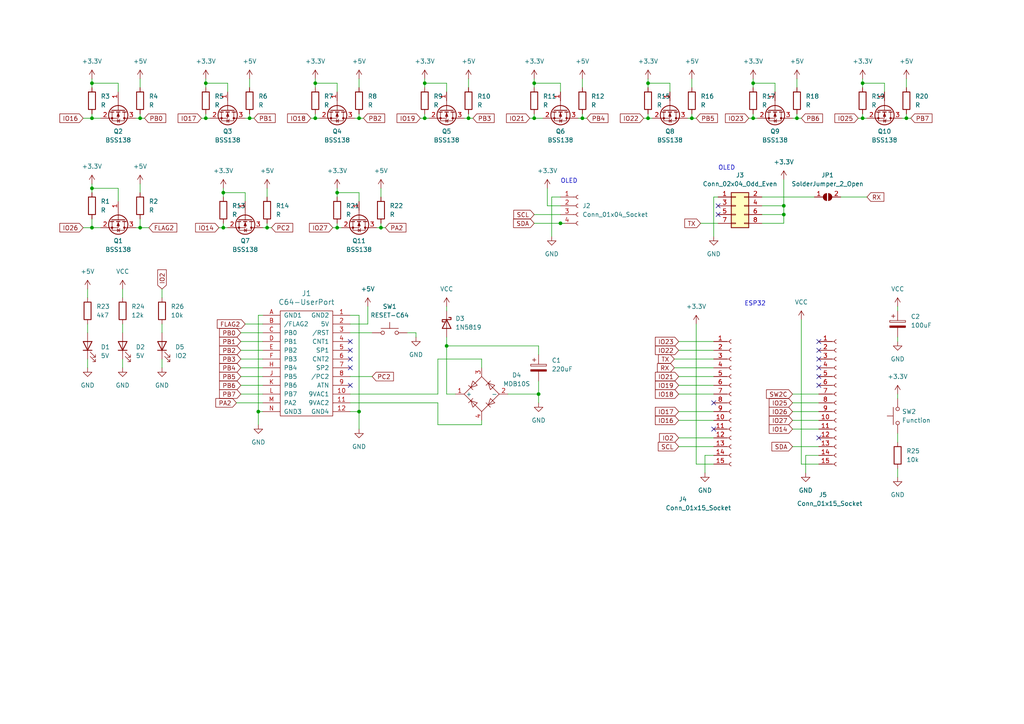
<source format=kicad_sch>
(kicad_sch (version 20230121) (generator eeschema)
  (paper "A4")
  (lib_symbols
    (symbol "Connector:Conn_01x04_Socket" (pin_names (offset 1.016) hide)
      (property "Reference" "J" (at 0 5.08 0))
      (property "Value" "Conn_01x04_Socket" (at 0 -7.62 0))
      (symbol "Conn_01x04_Socket_1_1"
        (pin passive line (at -5.08 2.54 0) (length 3.81) (name "Pin_1") (number "1"))
        (pin passive line (at -5.08 0 0) (length 3.81) (name "Pin_2") (number "2"))
        (pin passive line (at -5.08 -2.54 0) (length 3.81) (name "Pin_3") (number "3"))
        (pin passive line (at -5.08 -5.08 0) (length 3.81) (name "Pin_4") (number "4"))
      )
    )
    (symbol "Connector:Conn_01x15_Socket" (pin_names (offset 1.016) hide)
      (property "Reference" "J" (at 0 20.32 0))
      (property "Value" "Conn_01x15_Socket" (at 0 -20.32 0))
      (symbol "Conn_01x15_Socket_1_1"
        (pin passive line (at -5.08 17.78 0) (length 3.81) (name "Pin_1") (number "1"))
        (pin passive line (at -5.08 -5.08 0) (length 3.81) (name "Pin_10") (number "10"))
        (pin passive line (at -5.08 -7.62 0) (length 3.81) (name "Pin_11") (number "11"))
        (pin passive line (at -5.08 -10.16 0) (length 3.81) (name "Pin_12") (number "12"))
        (pin passive line (at -5.08 -12.7 0) (length 3.81) (name "Pin_13") (number "13"))
        (pin passive line (at -5.08 -15.24 0) (length 3.81) (name "Pin_14") (number "14"))
        (pin passive line (at -5.08 -17.78 0) (length 3.81) (name "Pin_15") (number "15"))
        (pin passive line (at -5.08 15.24 0) (length 3.81) (name "Pin_2") (number "2"))
        (pin passive line (at -5.08 12.7 0) (length 3.81) (name "Pin_3") (number "3"))
        (pin passive line (at -5.08 10.16 0) (length 3.81) (name "Pin_4") (number "4"))
        (pin passive line (at -5.08 7.62 0) (length 3.81) (name "Pin_5") (number "5"))
        (pin passive line (at -5.08 5.08 0) (length 3.81) (name "Pin_6") (number "6"))
        (pin passive line (at -5.08 2.54 0) (length 3.81) (name "Pin_7") (number "7"))
        (pin passive line (at -5.08 0 0) (length 3.81) (name "Pin_8") (number "8"))
        (pin passive line (at -5.08 -2.54 0) (length 3.81) (name "Pin_9") (number "9"))
      )
    )
    (symbol "Connector_Generic:Conn_02x04_Odd_Even" (pin_names (offset 1.016) hide)
      (property "Reference" "J" (at 1.27 5.08 0))
      (property "Value" "Conn_02x04_Odd_Even" (at 1.27 -7.62 0))
      (symbol "Conn_02x04_Odd_Even_1_1"
        (pin passive line (at -5.08 2.54 0) (length 3.81) (name "Pin_1") (number "1"))
        (pin passive line (at 7.62 2.54 180) (length 3.81) (name "Pin_2") (number "2"))
        (pin passive line (at -5.08 0 0) (length 3.81) (name "Pin_3") (number "3"))
        (pin passive line (at 7.62 0 180) (length 3.81) (name "Pin_4") (number "4"))
        (pin passive line (at -5.08 -2.54 0) (length 3.81) (name "Pin_5") (number "5"))
        (pin passive line (at 7.62 -2.54 180) (length 3.81) (name "Pin_6") (number "6"))
        (pin passive line (at -5.08 -5.08 0) (length 3.81) (name "Pin_7") (number "7"))
        (pin passive line (at 7.62 -5.08 180) (length 3.81) (name "Pin_8") (number "8"))
      )
    )
    (symbol "Device:C_Polarized" (pin_numbers hide) (pin_names (offset 0.254))
      (property "Reference" "C" (at 0.635 2.54 0))
      (property "Value" "C_Polarized" (at 0.635 -2.54 0))
      (symbol "C_Polarized_1_1"
        (pin passive line (at 0 3.81 270) (length 2.794) (name "~") (number "1"))
        (pin passive line (at 0 -3.81 90) (length 2.794) (name "~") (number "2"))
      )
    )
    (symbol "Device:LED" (pin_numbers hide) (pin_names (offset 1.016) hide)
      (property "Reference" "D" (at 0 2.54 0))
      (property "Value" "LED" (at 0 -2.54 0))
      (symbol "LED_1_1"
        (pin passive line (at -3.81 0 0) (length 2.54) (name "K") (number "1"))
        (pin passive line (at 3.81 0 180) (length 2.54) (name "A") (number "2"))
      )
    )
    (symbol "Device:R" (pin_numbers hide) (pin_names (offset 0))
      (property "Reference" "R" (at 2.032 0 90))
      (property "Value" "R" (at 0 0 90))
      (symbol "R_1_1"
        (pin passive line (at 0 3.81 270) (length 1.27) (name "~") (number "1"))
        (pin passive line (at 0 -3.81 90) (length 1.27) (name "~") (number "2"))
      )
    )
    (symbol "Diode:1N5819" (pin_numbers hide) (pin_names (offset 1.016) hide)
      (property "Reference" "D" (at 0 2.54 0))
      (property "Value" "1N5819" (at 0 -2.54 0))
      (symbol "1N5819_1_1"
        (pin passive line (at -3.81 0 0) (length 2.54) (name "K") (number "1"))
        (pin passive line (at 3.81 0 180) (length 2.54) (name "A") (number "2"))
      )
    )
    (symbol "Diode_Bridge:MDB10S"
      (property "Reference" "D" (at 3.81 6.35 0))
      (property "Value" "MDB10S" (at 6.35 3.81 0))
      (symbol "MDB10S_1_1"
        (pin passive line (at 7.62 0 180) (length 2.54) (name "+") (number "1"))
        (pin passive line (at -7.62 0 0) (length 2.54) (name "-") (number "2"))
        (pin passive line (at 0 -7.62 90) (length 2.54) (name "~") (number "3"))
        (pin passive line (at 0 7.62 270) (length 2.54) (name "~") (number "4"))
      )
    )
    (symbol "Jumper:SolderJumper_2_Open" (pin_names (offset 0) hide)
      (property "Reference" "JP" (at 0 2.032 0))
      (property "Value" "SolderJumper_2_Open" (at 0 -2.54 0))
      (symbol "SolderJumper_2_Open_1_1"
        (pin passive line (at -3.81 0 0) (length 2.54) (name "A") (number "1"))
        (pin passive line (at 3.81 0 180) (length 2.54) (name "B") (number "2"))
      )
    )
    (symbol "Switch:SW_Push" (pin_numbers hide) (pin_names (offset 1.016) hide)
      (property "Reference" "SW" (at 1.27 2.54 0))
      (property "Value" "SW_Push" (at 0 -1.524 0))
      (symbol "SW_Push_0_1"
        (pin passive line (at -5.08 0 0) (length 2.54) (name "1") (number "1"))
        (pin passive line (at 5.08 0 180) (length 2.54) (name "2") (number "2"))
      )
    )
    (symbol "Transistor_FET:BSS138" (pin_names hide)
      (property "Reference" "Q" (at 5.08 1.905 0))
      (property "Value" "BSS138" (at 5.08 0 0))
      (symbol "BSS138_1_1"
        (pin input line (at -5.08 0 0) (length 2.54) (name "G") (number "1"))
        (pin passive line (at 2.54 -5.08 90) (length 2.54) (name "S") (number "2"))
        (pin passive line (at 2.54 5.08 270) (length 2.54) (name "D") (number "3"))
      )
    )
    (symbol "hackup-commodore:C64-UserPort" (pin_names (offset 1.016))
      (property "Reference" "J" (at 0 -11.43 0))
      (property "Value" "C64-UserPort" (at 0 -8.89 0))
      (symbol "C64-UserPort_1_1"
        (pin power_out line (at 12.7 22.86 180) (length 5.08) (name "GND2") (number "1"))
        (pin power_out line (at 12.7 0 180) (length 5.08) (name "9VAC1") (number "10"))
        (pin power_out line (at 12.7 -2.54 180) (length 5.08) (name "9VAC2") (number "11"))
        (pin power_out line (at 12.7 -5.08 180) (length 5.08) (name "GND4") (number "12"))
        (pin power_out line (at 12.7 20.32 180) (length 5.08) (name "5V") (number "2"))
        (pin bidirectional line (at 12.7 17.78 180) (length 5.08) (name "/RST") (number "3"))
        (pin input line (at 12.7 15.24 180) (length 5.08) (name "CNT1") (number "4"))
        (pin bidirectional line (at 12.7 12.7 180) (length 5.08) (name "SP1") (number "5"))
        (pin input line (at 12.7 10.16 180) (length 5.08) (name "CNT2") (number "6"))
        (pin bidirectional line (at 12.7 7.62 180) (length 5.08) (name "SP2") (number "7"))
        (pin output line (at 12.7 5.08 180) (length 5.08) (name "/PC2") (number "8"))
        (pin input line (at 12.7 2.54 180) (length 5.08) (name "ATN") (number "9"))
        (pin power_out line (at -12.7 22.86 0) (length 5.08) (name "GND1") (number "A"))
        (pin input line (at -12.7 20.32 0) (length 5.08) (name "/FLAG2") (number "B"))
        (pin bidirectional line (at -12.7 17.78 0) (length 5.08) (name "PB0") (number "C"))
        (pin bidirectional line (at -12.7 15.24 0) (length 5.08) (name "PB1") (number "D"))
        (pin bidirectional line (at -12.7 12.7 0) (length 5.08) (name "PB2") (number "E"))
        (pin bidirectional line (at -12.7 10.16 0) (length 5.08) (name "PB3") (number "F"))
        (pin bidirectional line (at -12.7 7.62 0) (length 5.08) (name "PB4") (number "H"))
        (pin bidirectional line (at -12.7 5.08 0) (length 5.08) (name "PB5") (number "J"))
        (pin bidirectional line (at -12.7 2.54 0) (length 5.08) (name "PB6") (number "K"))
        (pin bidirectional line (at -12.7 0 0) (length 5.08) (name "PB7") (number "L"))
        (pin bidirectional line (at -12.7 -2.54 0) (length 5.08) (name "PA2") (number "M"))
        (pin power_out line (at -12.7 -5.08 0) (length 5.08) (name "GND3") (number "N"))
      )
    )
    (symbol "power:+3.3V" (power) (pin_names (offset 0))
      (property "Value" "+3.3V" (at 0 3.556 0))
      (symbol "+3.3V_1_1"
        (pin power_in line (at 0 0 90) (length 0) hide (name "+3.3V") (number "1"))
      )
    )
    (symbol "power:+5V" (power) (pin_names (offset 0))
      (property "Value" "+5V" (at 0 3.556 0))
      (symbol "+5V_1_1"
        (pin power_in line (at 0 0 90) (length 0) hide (name "+5V") (number "1"))
      )
    )
    (symbol "power:GND" (power) (pin_names (offset 0))
      (property "Value" "GND" (at 0 -3.81 0))
      (symbol "GND_1_1"
        (pin power_in line (at 0 0 270) (length 0) hide (name "GND") (number "1"))
      )
    )
    (symbol "power:VCC" (power) (pin_names (offset 0))
      (property "Value" "VCC" (at 0 3.81 0))
      (symbol "VCC_1_1"
        (pin power_in line (at 0 0 90) (length 0) hide (name "VCC") (number "1"))
      )
    )
  )
  (junction (at 59.69 34.29))
  (junction (at 26.67 54.61))
  (junction (at 97.79 66.04))
  (junction (at 26.67 34.29))
  (junction (at 123.19 24.13))
  (junction (at 250.19 24.13))
  (junction (at 250.19 34.29))
  (junction (at 231.14 34.29))
  (junction (at 59.69 24.13))
  (junction (at 110.49 66.04))
  (junction (at 26.67 66.04))
  (junction (at 104.14 119.38))
  (junction (at 104.14 34.29))
  (junction (at 40.64 66.04))
  (junction (at 162.56 64.77))
  (junction (at 227.33 59.69))
  (junction (at 154.94 24.13))
  (junction (at 187.96 24.13))
  (junction (at 64.77 55.88))
  (junction (at 218.44 24.13))
  (junction (at 129.54 100.33))
  (junction (at 218.44 34.29))
  (junction (at 74.93 119.38))
  (junction (at 227.33 62.23))
  (junction (at 123.19 34.29))
  (junction (at 187.96 34.29))
  (junction (at 168.91 34.29))
  (junction (at 77.47 66.04))
  (junction (at 156.21 114.3))
  (junction (at 135.89 34.29))
  (junction (at 91.44 34.29))
  (junction (at 262.89 34.29))
  (junction (at 64.77 66.04))
  (junction (at 40.64 34.29))
  (junction (at 72.39 34.29))
  (junction (at 97.79 55.88))
  (junction (at 91.44 24.13))
  (junction (at 154.94 34.29))
  (junction (at 200.66 34.29))
  (junction (at 26.67 24.13))
  (no_connect (at 237.49 109.22))
  (no_connect (at 237.49 101.6))
  (no_connect (at 101.6 99.06))
  (no_connect (at 237.49 99.06))
  (no_connect (at 101.6 111.76))
  (no_connect (at 101.6 106.68))
  (no_connect (at 101.6 104.14))
  (no_connect (at 237.49 106.68))
  (no_connect (at 208.28 59.69))
  (no_connect (at 101.6 101.6))
  (no_connect (at 207.01 124.46))
  (no_connect (at 208.28 62.23))
  (no_connect (at 237.49 111.76))
  (no_connect (at 237.49 104.14))
  (no_connect (at 237.49 127))
  (no_connect (at 207.01 116.84))
  (wire (pts (xy 231.14 33.02) (xy 231.14 34.29)))
  (wire (pts (xy 72.39 22.86) (xy 72.39 25.4)))
  (wire (pts (xy 104.14 91.44) (xy 104.14 119.38)))
  (wire (pts (xy 163.83 64.77) (xy 162.56 64.77)))
  (wire (pts (xy 69.85 111.76) (xy 76.2 111.76)))
  (wire (pts (xy 63.5 66.04) (xy 64.77 66.04)))
  (wire (pts (xy 154.94 24.13) (xy 154.94 25.4)))
  (wire (pts (xy 207.01 134.62) (xy 201.93 134.62)))
  (wire (pts (xy 158.75 59.69) (xy 158.75 54.61)))
  (wire (pts (xy 260.35 88.9) (xy 260.35 90.17)))
  (wire (pts (xy 162.56 26.67) (xy 162.56 24.13)))
  (wire (pts (xy 59.69 34.29) (xy 60.96 34.29)))
  (wire (pts (xy 39.37 66.04) (xy 40.64 66.04)))
  (wire (pts (xy 35.56 83.82) (xy 35.56 86.36)))
  (wire (pts (xy 46.99 93.98) (xy 46.99 96.52)))
  (wire (pts (xy 220.98 64.77) (xy 227.33 64.77)))
  (wire (pts (xy 156.21 102.87) (xy 156.21 100.33)))
  (wire (pts (xy 104.14 119.38) (xy 101.6 119.38)))
  (wire (pts (xy 77.47 54.61) (xy 77.47 57.15)))
  (wire (pts (xy 25.4 83.82) (xy 25.4 86.36)))
  (wire (pts (xy 231.14 34.29) (xy 232.41 34.29)))
  (wire (pts (xy 187.96 22.86) (xy 187.96 24.13)))
  (wire (pts (xy 201.93 134.62) (xy 201.93 93.98)))
  (wire (pts (xy 104.14 55.88) (xy 97.79 55.88)))
  (wire (pts (xy 196.85 101.6) (xy 207.01 101.6)))
  (wire (pts (xy 97.79 54.61) (xy 97.79 55.88)))
  (wire (pts (xy 262.89 22.86) (xy 262.89 25.4)))
  (wire (pts (xy 26.67 34.29) (xy 29.21 34.29)))
  (wire (pts (xy 196.85 99.06) (xy 207.01 99.06)))
  (wire (pts (xy 203.2 64.77) (xy 208.28 64.77)))
  (wire (pts (xy 71.12 58.42) (xy 71.12 55.88)))
  (wire (pts (xy 26.67 66.04) (xy 29.21 66.04)))
  (wire (pts (xy 72.39 33.02) (xy 72.39 34.29)))
  (wire (pts (xy 120.65 97.79) (xy 120.65 96.52)))
  (wire (pts (xy 66.04 26.67) (xy 66.04 24.13)))
  (wire (pts (xy 121.92 34.29) (xy 123.19 34.29)))
  (wire (pts (xy 58.42 34.29) (xy 59.69 34.29)))
  (wire (pts (xy 229.87 121.92) (xy 237.49 121.92)))
  (wire (pts (xy 160.02 57.15) (xy 162.56 57.15)))
  (wire (pts (xy 104.14 58.42) (xy 104.14 55.88)))
  (wire (pts (xy 69.85 114.3) (xy 76.2 114.3)))
  (wire (pts (xy 69.85 96.52) (xy 76.2 96.52)))
  (wire (pts (xy 59.69 22.86) (xy 59.69 24.13)))
  (wire (pts (xy 25.4 93.98) (xy 25.4 96.52)))
  (wire (pts (xy 91.44 22.86) (xy 91.44 24.13)))
  (wire (pts (xy 26.67 54.61) (xy 26.67 55.88)))
  (wire (pts (xy 139.7 123.19) (xy 127 123.19)))
  (wire (pts (xy 26.67 22.86) (xy 26.67 24.13)))
  (wire (pts (xy 196.85 129.54) (xy 207.01 129.54)))
  (wire (pts (xy 26.67 24.13) (xy 26.67 25.4)))
  (wire (pts (xy 40.64 66.04) (xy 43.18 66.04)))
  (wire (pts (xy 68.58 116.84) (xy 76.2 116.84)))
  (wire (pts (xy 34.29 24.13) (xy 26.67 24.13)))
  (wire (pts (xy 129.54 24.13) (xy 123.19 24.13)))
  (wire (pts (xy 64.77 66.04) (xy 66.04 66.04)))
  (wire (pts (xy 91.44 34.29) (xy 92.71 34.29)))
  (wire (pts (xy 91.44 24.13) (xy 91.44 25.4)))
  (wire (pts (xy 34.29 26.67) (xy 34.29 24.13)))
  (wire (pts (xy 196.85 109.22) (xy 207.01 109.22)))
  (wire (pts (xy 229.87 119.38) (xy 237.49 119.38)))
  (wire (pts (xy 71.12 93.98) (xy 76.2 93.98)))
  (wire (pts (xy 71.12 55.88) (xy 64.77 55.88)))
  (wire (pts (xy 232.41 134.62) (xy 232.41 92.71)))
  (wire (pts (xy 207.01 57.15) (xy 208.28 57.15)))
  (wire (pts (xy 196.85 114.3) (xy 207.01 114.3)))
  (wire (pts (xy 187.96 24.13) (xy 194.31 24.13)))
  (wire (pts (xy 196.85 127) (xy 207.01 127)))
  (wire (pts (xy 139.7 121.92) (xy 139.7 123.19)))
  (wire (pts (xy 156.21 114.3) (xy 156.21 116.84)))
  (wire (pts (xy 106.68 93.98) (xy 106.68 88.9)))
  (wire (pts (xy 123.19 24.13) (xy 123.19 25.4)))
  (wire (pts (xy 71.12 34.29) (xy 72.39 34.29)))
  (wire (pts (xy 123.19 22.86) (xy 123.19 24.13)))
  (wire (pts (xy 110.49 54.61) (xy 110.49 57.15)))
  (wire (pts (xy 262.89 33.02) (xy 262.89 34.29)))
  (wire (pts (xy 46.99 83.82) (xy 46.99 86.36)))
  (wire (pts (xy 186.69 34.29) (xy 187.96 34.29)))
  (wire (pts (xy 127 123.19) (xy 127 116.84)))
  (wire (pts (xy 74.93 123.19) (xy 74.93 119.38)))
  (wire (pts (xy 200.66 22.86) (xy 200.66 25.4)))
  (wire (pts (xy 76.2 66.04) (xy 77.47 66.04)))
  (wire (pts (xy 69.85 109.22) (xy 76.2 109.22)))
  (wire (pts (xy 97.79 24.13) (xy 91.44 24.13)))
  (wire (pts (xy 168.91 33.02) (xy 168.91 34.29)))
  (wire (pts (xy 260.35 114.3) (xy 260.35 115.57)))
  (wire (pts (xy 187.96 34.29) (xy 189.23 34.29)))
  (wire (pts (xy 196.85 119.38) (xy 207.01 119.38)))
  (wire (pts (xy 76.2 91.44) (xy 74.93 91.44)))
  (wire (pts (xy 69.85 106.68) (xy 76.2 106.68)))
  (wire (pts (xy 123.19 33.02) (xy 123.19 34.29)))
  (wire (pts (xy 101.6 91.44) (xy 104.14 91.44)))
  (wire (pts (xy 40.64 34.29) (xy 41.91 34.29)))
  (wire (pts (xy 260.35 97.79) (xy 260.35 99.06)))
  (wire (pts (xy 168.91 34.29) (xy 170.18 34.29)))
  (wire (pts (xy 154.94 64.77) (xy 162.56 64.77)))
  (wire (pts (xy 248.92 34.29) (xy 250.19 34.29)))
  (wire (pts (xy 97.79 66.04) (xy 99.06 66.04)))
  (wire (pts (xy 156.21 100.33) (xy 129.54 100.33)))
  (wire (pts (xy 154.94 22.86) (xy 154.94 24.13)))
  (wire (pts (xy 77.47 64.77) (xy 77.47 66.04)))
  (wire (pts (xy 229.87 34.29) (xy 231.14 34.29)))
  (wire (pts (xy 261.62 34.29) (xy 262.89 34.29)))
  (wire (pts (xy 40.64 33.02) (xy 40.64 34.29)))
  (wire (pts (xy 96.52 66.04) (xy 97.79 66.04)))
  (wire (pts (xy 129.54 26.67) (xy 129.54 24.13)))
  (wire (pts (xy 243.84 57.15) (xy 251.46 57.15)))
  (wire (pts (xy 227.33 59.69) (xy 227.33 52.07)))
  (wire (pts (xy 132.08 114.3) (xy 129.54 114.3)))
  (wire (pts (xy 250.19 24.13) (xy 250.19 25.4)))
  (wire (pts (xy 199.39 34.29) (xy 200.66 34.29)))
  (wire (pts (xy 90.17 34.29) (xy 91.44 34.29)))
  (wire (pts (xy 34.29 54.61) (xy 26.67 54.61)))
  (wire (pts (xy 46.99 104.14) (xy 46.99 106.68)))
  (wire (pts (xy 229.87 114.3) (xy 237.49 114.3)))
  (wire (pts (xy 220.98 59.69) (xy 227.33 59.69)))
  (wire (pts (xy 156.21 110.49) (xy 156.21 114.3)))
  (wire (pts (xy 196.85 111.76) (xy 207.01 111.76)))
  (wire (pts (xy 250.19 22.86) (xy 250.19 24.13)))
  (wire (pts (xy 129.54 100.33) (xy 129.54 97.79)))
  (wire (pts (xy 69.85 104.14) (xy 76.2 104.14)))
  (wire (pts (xy 237.49 134.62) (xy 232.41 134.62)))
  (wire (pts (xy 69.85 99.06) (xy 76.2 99.06)))
  (wire (pts (xy 64.77 55.88) (xy 64.77 57.15)))
  (wire (pts (xy 162.56 24.13) (xy 154.94 24.13)))
  (wire (pts (xy 26.67 33.02) (xy 26.67 34.29)))
  (wire (pts (xy 194.31 26.67) (xy 194.31 24.13)))
  (wire (pts (xy 262.89 34.29) (xy 264.16 34.29)))
  (wire (pts (xy 26.67 63.5) (xy 26.67 66.04)))
  (wire (pts (xy 196.85 121.92) (xy 207.01 121.92)))
  (wire (pts (xy 135.89 33.02) (xy 135.89 34.29)))
  (wire (pts (xy 200.66 34.29) (xy 201.93 34.29)))
  (wire (pts (xy 34.29 58.42) (xy 34.29 54.61)))
  (wire (pts (xy 109.22 66.04) (xy 110.49 66.04)))
  (wire (pts (xy 64.77 54.61) (xy 64.77 55.88)))
  (wire (pts (xy 218.44 34.29) (xy 219.71 34.29)))
  (wire (pts (xy 154.94 34.29) (xy 157.48 34.29)))
  (wire (pts (xy 200.66 33.02) (xy 200.66 34.29)))
  (wire (pts (xy 233.68 137.16) (xy 233.68 132.08)))
  (wire (pts (xy 256.54 26.67) (xy 256.54 24.13)))
  (wire (pts (xy 168.91 22.86) (xy 168.91 25.4)))
  (wire (pts (xy 129.54 88.9) (xy 129.54 90.17)))
  (wire (pts (xy 187.96 33.02) (xy 187.96 34.29)))
  (wire (pts (xy 220.98 57.15) (xy 236.22 57.15)))
  (wire (pts (xy 147.32 114.3) (xy 156.21 114.3)))
  (wire (pts (xy 153.67 34.29) (xy 154.94 34.29)))
  (wire (pts (xy 256.54 24.13) (xy 250.19 24.13)))
  (wire (pts (xy 35.56 93.98) (xy 35.56 96.52)))
  (wire (pts (xy 127 114.3) (xy 127 104.14)))
  (wire (pts (xy 187.96 24.13) (xy 187.96 25.4)))
  (wire (pts (xy 139.7 104.14) (xy 139.7 106.68)))
  (wire (pts (xy 154.94 33.02) (xy 154.94 34.29)))
  (wire (pts (xy 24.13 66.04) (xy 26.67 66.04)))
  (wire (pts (xy 39.37 34.29) (xy 40.64 34.29)))
  (wire (pts (xy 218.44 22.86) (xy 218.44 24.13)))
  (wire (pts (xy 97.79 55.88) (xy 97.79 57.15)))
  (wire (pts (xy 217.17 34.29) (xy 218.44 34.29)))
  (wire (pts (xy 231.14 22.86) (xy 231.14 25.4)))
  (wire (pts (xy 104.14 124.46) (xy 104.14 119.38)))
  (wire (pts (xy 74.93 91.44) (xy 74.93 119.38)))
  (wire (pts (xy 110.49 64.77) (xy 110.49 66.04)))
  (wire (pts (xy 101.6 96.52) (xy 107.95 96.52)))
  (wire (pts (xy 135.89 22.86) (xy 135.89 25.4)))
  (wire (pts (xy 97.79 26.67) (xy 97.79 24.13)))
  (wire (pts (xy 40.64 63.5) (xy 40.64 66.04)))
  (wire (pts (xy 229.87 124.46) (xy 237.49 124.46)))
  (wire (pts (xy 250.19 33.02) (xy 250.19 34.29)))
  (wire (pts (xy 162.56 59.69) (xy 158.75 59.69)))
  (wire (pts (xy 224.79 26.67) (xy 224.79 24.13)))
  (wire (pts (xy 101.6 114.3) (xy 127 114.3)))
  (wire (pts (xy 135.89 34.29) (xy 137.16 34.29)))
  (wire (pts (xy 229.87 129.54) (xy 237.49 129.54)))
  (wire (pts (xy 110.49 66.04) (xy 111.76 66.04)))
  (wire (pts (xy 260.35 125.73) (xy 260.35 128.27)))
  (wire (pts (xy 129.54 114.3) (xy 129.54 100.33)))
  (wire (pts (xy 167.64 34.29) (xy 168.91 34.29)))
  (wire (pts (xy 24.13 34.29) (xy 26.67 34.29)))
  (wire (pts (xy 97.79 64.77) (xy 97.79 66.04)))
  (wire (pts (xy 59.69 33.02) (xy 59.69 34.29)))
  (wire (pts (xy 204.47 132.08) (xy 207.01 132.08)))
  (wire (pts (xy 104.14 34.29) (xy 104.14 33.02)))
  (wire (pts (xy 91.44 33.02) (xy 91.44 34.29)))
  (wire (pts (xy 260.35 135.89) (xy 260.35 138.43)))
  (wire (pts (xy 25.4 104.14) (xy 25.4 106.68)))
  (wire (pts (xy 207.01 68.58) (xy 207.01 57.15)))
  (wire (pts (xy 227.33 64.77) (xy 227.33 62.23)))
  (wire (pts (xy 69.85 101.6) (xy 76.2 101.6)))
  (wire (pts (xy 218.44 24.13) (xy 218.44 25.4)))
  (wire (pts (xy 204.47 137.16) (xy 204.47 132.08)))
  (wire (pts (xy 104.14 22.86) (xy 104.14 25.4)))
  (wire (pts (xy 195.58 104.14) (xy 207.01 104.14)))
  (wire (pts (xy 72.39 34.29) (xy 73.66 34.29)))
  (wire (pts (xy 160.02 68.58) (xy 160.02 57.15)))
  (wire (pts (xy 229.87 116.84) (xy 237.49 116.84)))
  (wire (pts (xy 40.64 53.34) (xy 40.64 55.88)))
  (wire (pts (xy 220.98 62.23) (xy 227.33 62.23)))
  (wire (pts (xy 127 104.14) (xy 139.7 104.14)))
  (wire (pts (xy 218.44 33.02) (xy 218.44 34.29)))
  (wire (pts (xy 64.77 64.77) (xy 64.77 66.04)))
  (wire (pts (xy 227.33 62.23) (xy 227.33 59.69)))
  (wire (pts (xy 101.6 109.22) (xy 107.95 109.22)))
  (wire (pts (xy 59.69 24.13) (xy 59.69 25.4)))
  (wire (pts (xy 104.14 34.29) (xy 105.41 34.29)))
  (wire (pts (xy 250.19 34.29) (xy 251.46 34.29)))
  (wire (pts (xy 224.79 24.13) (xy 218.44 24.13)))
  (wire (pts (xy 35.56 104.14) (xy 35.56 106.68)))
  (wire (pts (xy 66.04 24.13) (xy 59.69 24.13)))
  (wire (pts (xy 127 116.84) (xy 101.6 116.84)))
  (wire (pts (xy 195.58 106.68) (xy 207.01 106.68)))
  (wire (pts (xy 74.93 119.38) (xy 76.2 119.38)))
  (wire (pts (xy 40.64 22.86) (xy 40.64 25.4)))
  (wire (pts (xy 120.65 96.52) (xy 118.11 96.52)))
  (wire (pts (xy 154.94 62.23) (xy 162.56 62.23)))
  (wire (pts (xy 102.87 34.29) (xy 104.14 34.29)))
  (wire (pts (xy 233.68 132.08) (xy 237.49 132.08)))
  (wire (pts (xy 134.62 34.29) (xy 135.89 34.29)))
  (wire (pts (xy 101.6 93.98) (xy 106.68 93.98)))
  (wire (pts (xy 123.19 34.29) (xy 124.46 34.29)))
  (wire (pts (xy 26.67 53.34) (xy 26.67 54.61)))
  (wire (pts (xy 77.47 66.04) (xy 78.74 66.04)))
  (text "OLED" (at 208.28 49.53 0) (effects (font (size 1.27 1.27)) (justify left bottom)))
  (text "OLED" (at 162.56 53.34 0) (effects (font (size 1.27 1.27)) (justify left bottom)))
  (text "ESP32" (at 215.9 88.9 0) (effects (font (size 1.27 1.27)) (justify left bottom)))
  (global_label "IO22" (shape input) (at 196.85 101.6 180) (property "Intersheetrefs" "${INTERSHEET_REFS}" (effects hide)))
  (global_label "IO22" (shape input) (at 186.69 34.29 180) (property "Intersheetrefs" "${INTERSHEET_REFS}" (effects hide)))
  (global_label "IO21" (shape input) (at 196.85 109.22 180) (property "Intersheetrefs" "${INTERSHEET_REFS}" (effects hide)))
  (global_label "FLAG2" (shape input) (at 43.18 66.04 0) (property "Intersheetrefs" "${INTERSHEET_REFS}" (effects hide)))
  (global_label "FLAG2" (shape input) (at 71.12 93.98 180) (property "Intersheetrefs" "${INTERSHEET_REFS}" (effects hide)))
  (global_label "IO26" (shape input) (at 229.87 119.38 180) (property "Intersheetrefs" "${INTERSHEET_REFS}" (effects hide)))
  (global_label "IO27" (shape input) (at 229.87 121.92 180) (property "Intersheetrefs" "${INTERSHEET_REFS}" (effects hide)))
  (global_label "RX" (shape input) (at 251.46 57.15 0) (property "Intersheetrefs" "${INTERSHEET_REFS}" (effects hide)))
  (global_label "SCL" (shape input) (at 154.94 62.23 180) (property "Intersheetrefs" "${INTERSHEET_REFS}" (effects hide)))
  (global_label "IO21" (shape input) (at 153.67 34.29 180) (property "Intersheetrefs" "${INTERSHEET_REFS}" (effects hide)))
  (global_label "IO26" (shape input) (at 24.13 66.04 180) (property "Intersheetrefs" "${INTERSHEET_REFS}" (effects hide)))
  (global_label "PA2" (shape input) (at 111.76 66.04 0) (property "Intersheetrefs" "${INTERSHEET_REFS}" (effects hide)))
  (global_label "TX" (shape input) (at 203.2 64.77 180) (property "Intersheetrefs" "${INTERSHEET_REFS}" (effects hide)))
  (global_label "PB2" (shape input) (at 69.85 101.6 180) (property "Intersheetrefs" "${INTERSHEET_REFS}" (effects hide)))
  (global_label "PB5" (shape input) (at 69.85 109.22 180) (property "Intersheetrefs" "${INTERSHEET_REFS}" (effects hide)))
  (global_label "IO14" (shape input) (at 229.87 124.46 180) (property "Intersheetrefs" "${INTERSHEET_REFS}" (effects hide)))
  (global_label "PB4" (shape input) (at 170.18 34.29 0) (property "Intersheetrefs" "${INTERSHEET_REFS}" (effects hide)))
  (global_label "SDA" (shape input) (at 229.87 129.54 180) (property "Intersheetrefs" "${INTERSHEET_REFS}" (effects hide)))
  (global_label "PB5" (shape input) (at 201.93 34.29 0) (property "Intersheetrefs" "${INTERSHEET_REFS}" (effects hide)))
  (global_label "PC2" (shape input) (at 107.95 109.22 0) (property "Intersheetrefs" "${INTERSHEET_REFS}" (effects hide)))
  (global_label "SCL" (shape input) (at 196.85 129.54 180) (property "Intersheetrefs" "${INTERSHEET_REFS}" (effects hide)))
  (global_label "IO2" (shape input) (at 46.99 83.82 90) (property "Intersheetrefs" "${INTERSHEET_REFS}" (effects hide)))
  (global_label "IO19" (shape input) (at 196.85 111.76 180) (property "Intersheetrefs" "${INTERSHEET_REFS}" (effects hide)))
  (global_label "PB7" (shape input) (at 264.16 34.29 0) (property "Intersheetrefs" "${INTERSHEET_REFS}" (effects hide)))
  (global_label "IO23" (shape input) (at 217.17 34.29 180) (property "Intersheetrefs" "${INTERSHEET_REFS}" (effects hide)))
  (global_label "TX" (shape input) (at 195.58 104.14 180) (property "Intersheetrefs" "${INTERSHEET_REFS}" (effects hide)))
  (global_label "IO17" (shape input) (at 196.85 119.38 180) (property "Intersheetrefs" "${INTERSHEET_REFS}" (effects hide)))
  (global_label "SDA" (shape input) (at 154.94 64.77 180) (property "Intersheetrefs" "${INTERSHEET_REFS}" (effects hide)))
  (global_label "IO23" (shape input) (at 196.85 99.06 180) (property "Intersheetrefs" "${INTERSHEET_REFS}" (effects hide)))
  (global_label "IO25" (shape input) (at 248.92 34.29 180) (property "Intersheetrefs" "${INTERSHEET_REFS}" (effects hide)))
  (global_label "IO16" (shape input) (at 24.13 34.29 180) (property "Intersheetrefs" "${INTERSHEET_REFS}" (effects hide)))
  (global_label "IO14" (shape input) (at 63.5 66.04 180) (property "Intersheetrefs" "${INTERSHEET_REFS}" (effects hide)))
  (global_label "SW2C" (shape input) (at 229.87 114.3 180) (property "Intersheetrefs" "${INTERSHEET_REFS}" (effects hide)))
  (global_label "PB3" (shape input) (at 69.85 104.14 180) (property "Intersheetrefs" "${INTERSHEET_REFS}" (effects hide)))
  (global_label "PB0" (shape input) (at 41.91 34.29 0) (property "Intersheetrefs" "${INTERSHEET_REFS}" (effects hide)))
  (global_label "IO2" (shape input) (at 196.85 127 180) (property "Intersheetrefs" "${INTERSHEET_REFS}" (effects hide)))
  (global_label "PA2" (shape input) (at 68.58 116.84 180) (property "Intersheetrefs" "${INTERSHEET_REFS}" (effects hide)))
  (global_label "PB2" (shape input) (at 105.41 34.29 0) (property "Intersheetrefs" "${INTERSHEET_REFS}" (effects hide)))
  (global_label "PB6" (shape input) (at 69.85 111.76 180) (property "Intersheetrefs" "${INTERSHEET_REFS}" (effects hide)))
  (global_label "PB1" (shape input) (at 73.66 34.29 0) (property "Intersheetrefs" "${INTERSHEET_REFS}" (effects hide)))
  (global_label "PB0" (shape input) (at 69.85 96.52 180) (property "Intersheetrefs" "${INTERSHEET_REFS}" (effects hide)))
  (global_label "PB7" (shape input) (at 69.85 114.3 180) (property "Intersheetrefs" "${INTERSHEET_REFS}" (effects hide)))
  (global_label "PB6" (shape input) (at 232.41 34.29 0) (property "Intersheetrefs" "${INTERSHEET_REFS}" (effects hide)))
  (global_label "IO18" (shape input) (at 90.17 34.29 180) (property "Intersheetrefs" "${INTERSHEET_REFS}" (effects hide)))
  (global_label "IO27" (shape input) (at 96.52 66.04 180) (property "Intersheetrefs" "${INTERSHEET_REFS}" (effects hide)))
  (global_label "PC2" (shape input) (at 78.74 66.04 0) (property "Intersheetrefs" "${INTERSHEET_REFS}" (effects hide)))
  (global_label "PB1" (shape input) (at 69.85 99.06 180) (property "Intersheetrefs" "${INTERSHEET_REFS}" (effects hide)))
  (global_label "PB4" (shape input) (at 69.85 106.68 180) (property "Intersheetrefs" "${INTERSHEET_REFS}" (effects hide)))
  (global_label "IO18" (shape input) (at 196.85 114.3 180) (property "Intersheetrefs" "${INTERSHEET_REFS}" (effects hide)))
  (global_label "RX" (shape input) (at 195.58 106.68 180) (property "Intersheetrefs" "${INTERSHEET_REFS}" (effects hide)))
  (global_label "IO16" (shape input) (at 196.85 121.92 180) (property "Intersheetrefs" "${INTERSHEET_REFS}" (effects hide)))
  (global_label "IO19" (shape input) (at 121.92 34.29 180) (property "Intersheetrefs" "${INTERSHEET_REFS}" (effects hide)))
  (global_label "IO25" (shape input) (at 229.87 116.84 180) (property "Intersheetrefs" "${INTERSHEET_REFS}" (effects hide)))
  (global_label "PB3" (shape input) (at 137.16 34.29 0) (property "Intersheetrefs" "${INTERSHEET_REFS}" (effects hide)))
  (global_label "IO17" (shape input) (at 58.42 34.29 180) (property "Intersheetrefs" "${INTERSHEET_REFS}" (effects hide)))
  (symbol (lib_id "power:+5V") (at 106.68 88.9 0) (unit 1)
    (property "Reference" "#PWR032" (effects hide))
    (property "Value" "+5V" (at 106.68 83.82 0))
  )
  (symbol (lib_id "power:+3.3V") (at 187.96 22.86 0) (unit 1)
    (property "Reference" "#PWR015" (effects hide))
    (property "Value" "+3.3V" (at 187.96 17.78 0))
  )
  (symbol (lib_id "Device:R") (at 250.19 29.21 0) (unit 1)
    (property "Reference" "R19" (at 252.73 27.94 0) (effects (justify left)))
    (property "Value" "R" (at 252.73 30.48 0) (effects (justify left)))
    (property "Footprint" "Resistor_SMD:R_0603_1608Metric" (effects hide))
  )
  (symbol (lib_id "power:VCC") (at 260.35 88.9 0) (unit 1)
    (property "Reference" "#PWR041" (effects hide))
    (property "Value" "VCC" (at 260.35 83.82 0))
  )
  (symbol (lib_id "power:+3.3V") (at 227.33 52.07 0) (unit 1)
    (property "Reference" "#PWR035" (effects hide))
    (property "Value" "+3.3V" (at 227.33 46.99 0))
  )
  (symbol (lib_id "Device:R") (at 46.99 90.17 0) (unit 1)
    (property "Reference" "R26" (at 49.53 88.9 0) (effects (justify left)))
    (property "Value" "10k" (at 49.53 91.44 0) (effects (justify left)))
    (property "Footprint" "Resistor_SMD:R_0603_1608Metric" (effects hide))
  )
  (symbol (lib_id "power:+3.3V") (at 26.67 53.34 0) (unit 1)
    (property "Reference" "#PWR01" (effects hide))
    (property "Value" "+3.3V" (at 26.67 48.26 0))
  )
  (symbol (lib_id "Transistor_FET:BSS138") (at 129.54 31.75 270) (unit 1)
    (property "Reference" "Q5" (at 129.54 38.1 90))
    (property "Value" "BSS138" (at 129.54 40.64 90))
    (property "Footprint" "Package_TO_SOT_SMD:SOT-23" (effects hide))
    (property "Datasheet" "https://www.onsemi.com/pub/Collateral/BSS138-D.PDF" (effects hide))
  )
  (symbol (lib_id "Connector:Conn_01x04_Socket") (at 167.64 59.69 0) (unit 1)
    (property "Reference" "J2" (at 168.91 59.69 0) (effects (justify left)))
    (property "Value" "Conn_01x04_Socket" (at 168.91 62.23 0) (effects (justify left)))
  )
  (symbol (lib_id "Device:R") (at 40.64 59.69 0) (unit 1)
    (property "Reference" "R2" (at 43.18 58.42 0) (effects (justify left)))
    (property "Value" "R" (at 43.18 60.96 0) (effects (justify left)))
    (property "Footprint" "Resistor_SMD:R_0603_1608Metric" (effects hide))
  )
  (symbol (lib_id "power:+3.3V") (at 158.75 54.61 0) (unit 1)
    (property "Reference" "#PWR033" (effects hide))
    (property "Value" "+3.3V" (at 158.75 49.53 0))
  )
  (symbol (lib_id "Transistor_FET:BSS138") (at 224.79 31.75 270) (unit 1)
    (property "Reference" "Q9" (at 224.79 38.1 90))
    (property "Value" "BSS138" (at 224.79 40.64 90))
    (property "Footprint" "Package_TO_SOT_SMD:SOT-23" (effects hide))
    (property "Datasheet" "https://www.onsemi.com/pub/Collateral/BSS138-D.PDF" (effects hide))
  )
  (symbol (lib_id "Device:R") (at 77.47 60.96 0) (unit 1)
    (property "Reference" "R14" (at 80.01 59.69 0) (effects (justify left)))
    (property "Value" "R" (at 80.01 62.23 0) (effects (justify left)))
    (property "Footprint" "Resistor_SMD:R_0603_1608Metric" (effects hide))
  )
  (symbol (lib_id "Device:LED") (at 35.56 100.33 90) (unit 1)
    (property "Reference" "D2" (at 39.37 100.6475 90) (effects (justify right)))
    (property "Value" "5V" (at 39.37 103.1875 90) (effects (justify right)))
  )
  (symbol (lib_id "Device:R") (at 25.4 90.17 0) (unit 1)
    (property "Reference" "R23" (at 27.94 88.9 0) (effects (justify left)))
    (property "Value" "4k7" (at 27.94 91.44 0) (effects (justify left)))
    (property "Footprint" "Resistor_SMD:R_0603_1608Metric" (effects hide))
  )
  (symbol (lib_id "Transistor_FET:BSS138") (at 194.31 31.75 270) (unit 1)
    (property "Reference" "Q8" (at 194.31 38.1 90))
    (property "Value" "BSS138" (at 194.31 40.64 90))
    (property "Footprint" "Package_TO_SOT_SMD:SOT-23" (effects hide))
    (property "Datasheet" "https://www.onsemi.com/pub/Collateral/BSS138-D.PDF" (effects hide))
  )
  (symbol (lib_id "Transistor_FET:BSS138") (at 71.12 63.5 270) (unit 1)
    (property "Reference" "Q7" (at 71.12 69.85 90))
    (property "Value" "BSS138" (at 71.12 72.39 90))
    (property "Footprint" "Package_TO_SOT_SMD:SOT-23" (effects hide))
    (property "Datasheet" "https://www.onsemi.com/pub/Collateral/BSS138-D.PDF" (effects hide))
  )
  (symbol (lib_id "power:+3.3V") (at 250.19 22.86 0) (unit 1)
    (property "Reference" "#PWR019" (effects hide))
    (property "Value" "+3.3V" (at 250.19 17.78 0))
  )
  (symbol (lib_id "power:+3.3V") (at 59.69 22.86 0) (unit 1)
    (property "Reference" "#PWR05" (effects hide))
    (property "Value" "+3.3V" (at 59.69 17.78 0))
  )
  (symbol (lib_id "power:GND") (at 104.14 124.46 0) (unit 1)
    (property "Reference" "#PWR031" (effects hide))
    (property "Value" "GND" (at 104.14 129.54 0))
  )
  (symbol (lib_id "Transistor_FET:BSS138") (at 256.54 31.75 270) (unit 1)
    (property "Reference" "Q10" (at 256.54 38.1 90))
    (property "Value" "BSS138" (at 256.54 40.64 90))
    (property "Footprint" "Package_TO_SOT_SMD:SOT-23" (effects hide))
    (property "Datasheet" "https://www.onsemi.com/pub/Collateral/BSS138-D.PDF" (effects hide))
  )
  (symbol (lib_id "power:GND") (at 233.68 137.16 0) (unit 1)
    (property "Reference" "#PWR039" (effects hide))
    (property "Value" "GND" (at 233.68 142.24 0))
  )
  (symbol (lib_id "Connector:Conn_01x15_Socket") (at 212.09 116.84 0) (unit 1)
    (property "Reference" "J4" (at 196.85 144.78 0) (effects (justify left)))
    (property "Value" "Conn_01x15_Socket" (at 193.04 147.32 0) (effects (justify left)))
  )
  (symbol (lib_id "power:GND") (at 260.35 138.43 0) (unit 1)
    (property "Reference" "#PWR045" (effects hide))
    (property "Value" "GND" (at 260.35 143.51 0))
  )
  (symbol (lib_id "Device:R") (at 72.39 29.21 0) (unit 1)
    (property "Reference" "R6" (at 74.93 27.94 0) (effects (justify left)))
    (property "Value" "R" (at 74.93 30.48 0) (effects (justify left)))
    (property "Footprint" "Resistor_SMD:R_0603_1608Metric" (effects hide))
  )
  (symbol (lib_id "Device:R") (at 123.19 29.21 0) (unit 1)
    (property "Reference" "R9" (at 125.73 27.94 0) (effects (justify left)))
    (property "Value" "R" (at 125.73 30.48 0) (effects (justify left)))
    (property "Footprint" "Resistor_SMD:R_0603_1608Metric" (effects hide))
  )
  (symbol (lib_id "power:+3.3V") (at 91.44 22.86 0) (unit 1)
    (property "Reference" "#PWR07" (effects hide))
    (property "Value" "+3.3V" (at 91.44 17.78 0))
  )
  (symbol (lib_id "power:+3.3V") (at 260.35 114.3 0) (unit 1)
    (property "Reference" "#PWR044" (effects hide))
    (property "Value" "+3.3V" (at 260.35 109.22 0))
  )
  (symbol (lib_id "Device:LED") (at 46.99 100.33 90) (unit 1)
    (property "Reference" "D5" (at 50.8 100.6475 90) (effects (justify right)))
    (property "Value" "IO2" (at 50.8 103.1875 90) (effects (justify right)))
  )
  (symbol (lib_id "power:GND") (at 260.35 99.06 0) (unit 1)
    (property "Reference" "#PWR042" (effects hide))
    (property "Value" "GND" (at 260.35 104.14 0))
  )
  (symbol (lib_id "power:GND") (at 160.02 68.58 0) (unit 1)
    (property "Reference" "#PWR034" (effects hide))
    (property "Value" "GND" (at 160.02 73.66 0))
  )
  (symbol (lib_id "power:GND") (at 35.56 106.68 0) (unit 1)
    (property "Reference" "#PWR027" (effects hide))
    (property "Value" "GND" (at 35.56 111.76 0))
  )
  (symbol (lib_id "Device:R") (at 64.77 60.96 0) (unit 1)
    (property "Reference" "R13" (at 67.31 59.69 0) (effects (justify left)))
    (property "Value" "R" (at 67.31 62.23 0) (effects (justify left)))
    (property "Footprint" "Resistor_SMD:R_0603_1608Metric" (effects hide))
  )
  (symbol (lib_id "Device:R") (at 59.69 29.21 0) (unit 1)
    (property "Reference" "R5" (at 62.23 27.94 0) (effects (justify left)))
    (property "Value" "R" (at 62.23 30.48 0) (effects (justify left)))
    (property "Footprint" "Resistor_SMD:R_0603_1608Metric" (effects hide))
  )
  (symbol (lib_id "Device:C_Polarized") (at 260.35 93.98 0) (unit 1)
    (property "Reference" "C2" (at 264.16 91.821 0) (effects (justify left)))
    (property "Value" "100uF" (at 264.16 94.361 0) (effects (justify left)))
  )
  (symbol (lib_id "Device:R") (at 35.56 90.17 0) (unit 1)
    (property "Reference" "R24" (at 38.1 88.9 0) (effects (justify left)))
    (property "Value" "12k" (at 38.1 91.44 0) (effects (justify left)))
    (property "Footprint" "Resistor_SMD:R_0603_1608Metric" (effects hide))
  )
  (symbol (lib_id "Device:LED") (at 25.4 100.33 90) (unit 1)
    (property "Reference" "D1" (at 29.21 100.6475 90) (effects (justify right)))
    (property "Value" "5V" (at 29.21 103.1875 90) (effects (justify right)))
  )
  (symbol (lib_id "Device:R") (at 110.49 60.96 0) (unit 1)
    (property "Reference" "R22" (at 113.03 59.69 0) (effects (justify left)))
    (property "Value" "R" (at 113.03 62.23 0) (effects (justify left)))
    (property "Footprint" "Resistor_SMD:R_0603_1608Metric" (effects hide))
  )
  (symbol (lib_id "Device:R") (at 97.79 60.96 0) (unit 1)
    (property "Reference" "R21" (at 100.33 59.69 0) (effects (justify left)))
    (property "Value" "R" (at 100.33 62.23 0) (effects (justify left)))
    (property "Footprint" "Resistor_SMD:R_0603_1608Metric" (effects hide))
  )
  (symbol (lib_id "power:GND") (at 46.99 106.68 0) (unit 1)
    (property "Reference" "#PWR028" (effects hide))
    (property "Value" "GND" (at 46.99 111.76 0))
  )
  (symbol (lib_id "power:VCC") (at 35.56 83.82 0) (unit 1)
    (property "Reference" "#PWR025" (effects hide))
    (property "Value" "VCC" (at 35.56 78.74 0))
  )
  (symbol (lib_id "Device:R") (at 262.89 29.21 0) (unit 1)
    (property "Reference" "R20" (at 265.43 27.94 0) (effects (justify left)))
    (property "Value" "R" (at 265.43 30.48 0) (effects (justify left)))
    (property "Footprint" "Resistor_SMD:R_0603_1608Metric" (effects hide))
  )
  (symbol (lib_id "Transistor_FET:BSS138") (at 97.79 31.75 270) (unit 1)
    (property "Reference" "Q4" (at 97.79 38.1 90))
    (property "Value" "BSS138" (at 97.79 40.64 90))
    (property "Footprint" "Package_TO_SOT_SMD:SOT-23" (effects hide))
    (property "Datasheet" "https://www.onsemi.com/pub/Collateral/BSS138-D.PDF" (effects hide))
  )
  (symbol (lib_id "power:+3.3V") (at 218.44 22.86 0) (unit 1)
    (property "Reference" "#PWR017" (effects hide))
    (property "Value" "+3.3V" (at 218.44 17.78 0))
  )
  (symbol (lib_id "power:+3.3V") (at 201.93 93.98 0) (unit 1)
    (property "Reference" "#PWR038" (effects hide))
    (property "Value" "+3.3V" (at 201.93 88.9 0))
  )
  (symbol (lib_id "Device:R") (at 26.67 29.21 0) (unit 1)
    (property "Reference" "R3" (at 29.21 27.94 0) (effects (justify left)))
    (property "Value" "R" (at 29.21 30.48 0) (effects (justify left)))
    (property "Footprint" "Resistor_SMD:R_0603_1608Metric" (effects hide))
  )
  (symbol (lib_id "Device:R") (at 168.91 29.21 0) (unit 1)
    (property "Reference" "R12" (at 171.45 27.94 0) (effects (justify left)))
    (property "Value" "R" (at 171.45 30.48 0) (effects (justify left)))
    (property "Footprint" "Resistor_SMD:R_0603_1608Metric" (effects hide))
  )
  (symbol (lib_id "Diode_Bridge:MDB10S") (at 139.7 114.3 180) (unit 1)
    (property "Reference" "D4" (at 149.86 108.8039 0))
    (property "Value" "MDB10S" (at 149.86 111.3439 0))
    (property "Footprint" "DB107Sneu:DIOB_DB107S" (effects hide))
    (property "Datasheet" "https://www.onsemi.com/pub/Collateral/MDB8S-D.PDF" (effects hide))
  )
  (symbol (lib_id "power:+3.3V") (at 123.19 22.86 0) (unit 1)
    (property "Reference" "#PWR09" (effects hide))
    (property "Value" "+3.3V" (at 123.19 17.78 0))
  )
  (symbol (lib_id "power:VCC") (at 232.41 92.71 0) (unit 1)
    (property "Reference" "#PWR040" (effects hide))
    (property "Value" "VCC" (at 232.41 87.63 0))
  )
  (symbol (lib_id "Device:R") (at 200.66 29.21 0) (unit 1)
    (property "Reference" "R16" (at 203.2 27.94 0) (effects (justify left)))
    (property "Value" "R" (at 203.2 30.48 0) (effects (justify left)))
    (property "Footprint" "Resistor_SMD:R_0603_1608Metric" (effects hide))
  )
  (symbol (lib_id "Switch:SW_Push") (at 113.03 96.52 0) (unit 1)
    (property "Reference" "SW1" (at 113.03 88.9 0))
    (property "Value" "RESET-C64" (at 113.03 91.44 0))
  )
  (symbol (lib_id "Connector_Generic:Conn_02x04_Odd_Even") (at 213.36 59.69 0) (unit 1)
    (property "Reference" "J3" (at 214.63 50.8 0))
    (property "Value" "Conn_02x04_Odd_Even" (at 214.63 53.34 0))
  )
  (symbol (lib_id "power:GND") (at 207.01 68.58 0) (unit 1)
    (property "Reference" "#PWR036" (effects hide))
    (property "Value" "GND" (at 207.01 73.66 0))
  )
  (symbol (lib_id "Device:R") (at 218.44 29.21 0) (unit 1)
    (property "Reference" "R17" (at 220.98 27.94 0) (effects (justify left)))
    (property "Value" "R" (at 220.98 30.48 0) (effects (justify left)))
    (property "Footprint" "Resistor_SMD:R_0603_1608Metric" (effects hide))
  )
  (symbol (lib_id "Transistor_FET:BSS138") (at 66.04 31.75 270) (unit 1)
    (property "Reference" "Q3" (at 66.04 38.1 90))
    (property "Value" "BSS138" (at 66.04 40.64 90))
    (property "Footprint" "Package_TO_SOT_SMD:SOT-23" (effects hide))
    (property "Datasheet" "https://www.onsemi.com/pub/Collateral/BSS138-D.PDF" (effects hide))
  )
  (symbol (lib_id "power:GND") (at 156.21 116.84 0) (unit 1)
    (property "Reference" "#PWR029" (effects hide))
    (property "Value" "GND" (at 156.21 121.92 0))
  )
  (symbol (lib_id "Device:C_Polarized") (at 156.21 106.68 0) (unit 1)
    (property "Reference" "C1" (at 160.02 104.521 0) (effects (justify left)))
    (property "Value" "220uF" (at 160.02 107.061 0) (effects (justify left)))
  )
  (symbol (lib_id "power:+3.3V") (at 154.94 22.86 0) (unit 1)
    (property "Reference" "#PWR011" (effects hide))
    (property "Value" "+3.3V" (at 154.94 17.78 0))
  )
  (symbol (lib_id "power:+3.3V") (at 64.77 54.61 0) (unit 1)
    (property "Reference" "#PWR013" (effects hide))
    (property "Value" "+3.3V" (at 64.77 49.53 0))
  )
  (symbol (lib_id "power:+5V") (at 72.39 22.86 0) (unit 1)
    (property "Reference" "#PWR06" (effects hide))
    (property "Value" "+5V" (at 72.39 17.78 0))
  )
  (symbol (lib_id "power:+3.3V") (at 97.79 54.61 0) (unit 1)
    (property "Reference" "#PWR021" (effects hide))
    (property "Value" "+3.3V" (at 97.79 49.53 0))
  )
  (symbol (lib_id "Jumper:SolderJumper_2_Open") (at 240.03 57.15 0) (unit 1)
    (property "Reference" "JP1" (at 240.03 50.8 0))
    (property "Value" "SolderJumper_2_Open" (at 240.03 53.34 0))
  )
  (symbol (lib_id "power:+5V") (at 40.64 53.34 0) (unit 1)
    (property "Reference" "#PWR02" (effects hide))
    (property "Value" "+5V" (at 40.64 48.26 0))
  )
  (symbol (lib_id "Transistor_FET:BSS138") (at 34.29 63.5 270) (unit 1)
    (property "Reference" "Q1" (at 34.29 69.85 90))
    (property "Value" "BSS138" (at 34.29 72.39 90))
    (property "Footprint" "Package_TO_SOT_SMD:SOT-23" (effects hide))
    (property "Datasheet" "https://www.onsemi.com/pub/Collateral/BSS138-D.PDF" (effects hide))
  )
  (symbol (lib_id "hackup-commodore:C64-UserPort") (at 88.9 114.3 0) (unit 1)
    (property "Reference" "J1" (at 88.9 85.09 0) (effects (font (size 1.524 1.524))))
    (property "Value" "C64-UserPort" (at 88.9 87.63 0) (effects (font (size 1.524 1.524))))
    (property "Footprint" "Hackup_Commodore:C64-User-Port-Female" (effects hide))
  )
  (symbol (lib_id "Device:R") (at 260.35 132.08 0) (unit 1)
    (property "Reference" "R25" (at 262.89 130.81 0) (effects (justify left)))
    (property "Value" "10k" (at 262.89 133.35 0) (effects (justify left)))
    (property "Footprint" "Resistor_SMD:R_0603_1608Metric" (effects hide))
  )
  (symbol (lib_id "power:VCC") (at 129.54 88.9 0) (unit 1)
    (property "Reference" "#PWR026" (effects hide))
    (property "Value" "VCC" (at 129.54 83.82 0))
  )
  (symbol (lib_id "Transistor_FET:BSS138") (at 104.14 63.5 270) (unit 1)
    (property "Reference" "Q11" (at 104.14 69.85 90))
    (property "Value" "BSS138" (at 104.14 72.39 90))
    (property "Footprint" "Package_TO_SOT_SMD:SOT-23" (effects hide))
    (property "Datasheet" "https://www.onsemi.com/pub/Collateral/BSS138-D.PDF" (effects hide))
  )
  (symbol (lib_id "power:GND") (at 74.93 123.19 0) (unit 1)
    (property "Reference" "#PWR030" (effects hide))
    (property "Value" "GND" (at 74.93 128.27 0))
  )
  (symbol (lib_id "power:+5V") (at 40.64 22.86 0) (unit 1)
    (property "Reference" "#PWR04" (effects hide))
    (property "Value" "+5V" (at 40.64 17.78 0))
  )
  (symbol (lib_id "Switch:SW_Push") (at 260.35 120.65 90) (unit 1)
    (property "Reference" "SW2" (at 261.62 119.38 90) (effects (justify right)))
    (property "Value" "Function" (at 261.62 121.92 90) (effects (justify right)))
  )
  (symbol (lib_id "power:+5V") (at 25.4 83.82 0) (unit 1)
    (property "Reference" "#PWR023" (effects hide))
    (property "Value" "+5V" (at 25.4 78.74 0))
  )
  (symbol (lib_id "Device:R") (at 104.14 29.21 0) (unit 1)
    (property "Reference" "R8" (at 106.68 27.94 0) (effects (justify left)))
    (property "Value" "R" (at 106.68 30.48 0) (effects (justify left)))
    (property "Footprint" "Resistor_SMD:R_0603_1608Metric" (effects hide))
  )
  (symbol (lib_id "power:GND") (at 25.4 106.68 0) (unit 1)
    (property "Reference" "#PWR024" (effects hide))
    (property "Value" "GND" (at 25.4 111.76 0))
  )
  (symbol (lib_id "power:+5V") (at 231.14 22.86 0) (unit 1)
    (property "Reference" "#PWR018" (effects hide))
    (property "Value" "+5V" (at 231.14 17.78 0))
  )
  (symbol (lib_id "Transistor_FET:BSS138") (at 162.56 31.75 270) (unit 1)
    (property "Reference" "Q6" (at 162.56 38.1 90))
    (property "Value" "BSS138" (at 162.56 40.64 90))
    (property "Footprint" "Package_TO_SOT_SMD:SOT-23" (effects hide))
    (property "Datasheet" "https://www.onsemi.com/pub/Collateral/BSS138-D.PDF" (effects hide))
  )
  (symbol (lib_id "power:+5V") (at 135.89 22.86 0) (unit 1)
    (property "Reference" "#PWR010" (effects hide))
    (property "Value" "+5V" (at 135.89 17.78 0))
  )
  (symbol (lib_id "power:+5V") (at 77.47 54.61 0) (unit 1)
    (property "Reference" "#PWR014" (effects hide))
    (property "Value" "+5V" (at 77.47 49.53 0))
  )
  (symbol (lib_id "power:+5V") (at 168.91 22.86 0) (unit 1)
    (property "Reference" "#PWR012" (effects hide))
    (property "Value" "+5V" (at 168.91 17.78 0))
  )
  (symbol (lib_id "Diode:1N5819") (at 129.54 93.98 270) (unit 1)
    (property "Reference" "D3" (at 132.08 92.3925 90) (effects (justify left)))
    (property "Value" "1N5819" (at 132.08 94.9325 90) (effects (justify left)))
    (property "Footprint" "Diode_SMD:D_SOD-123" (effects hide))
    (property "Datasheet" "http://www.vishay.com/docs/88525/1n5817.pdf" (effects hide))
  )
  (symbol (lib_id "power:GND") (at 120.65 97.79 0) (unit 1)
    (property "Reference" "#PWR043" (effects hide))
    (property "Value" "GND" (at 120.65 102.87 0))
  )
  (symbol (lib_id "power:GND") (at 204.47 137.16 0) (unit 1)
    (property "Reference" "#PWR037" (effects hide))
    (property "Value" "GND" (at 204.47 142.24 0))
  )
  (symbol (lib_id "Device:R") (at 135.89 29.21 0) (unit 1)
    (property "Reference" "R10" (at 138.43 27.94 0) (effects (justify left)))
    (property "Value" "R" (at 138.43 30.48 0) (effects (justify left)))
    (property "Footprint" "Resistor_SMD:R_0603_1608Metric" (effects hide))
  )
  (symbol (lib_id "power:+3.3V") (at 26.67 22.86 0) (unit 1)
    (property "Reference" "#PWR03" (effects hide))
    (property "Value" "+3.3V" (at 26.67 17.78 0))
  )
  (symbol (lib_id "Transistor_FET:BSS138") (at 34.29 31.75 270) (unit 1)
    (property "Reference" "Q2" (at 34.29 38.1 90))
    (property "Value" "BSS138" (at 34.29 40.64 90))
    (property "Footprint" "Package_TO_SOT_SMD:SOT-23" (effects hide))
    (property "Datasheet" "https://www.onsemi.com/pub/Collateral/BSS138-D.PDF" (effects hide))
  )
  (symbol (lib_id "power:+5V") (at 110.49 54.61 0) (unit 1)
    (property "Reference" "#PWR022" (effects hide))
    (property "Value" "+5V" (at 110.49 49.53 0))
  )
  (symbol (lib_id "power:+5V") (at 200.66 22.86 0) (unit 1)
    (property "Reference" "#PWR016" (effects hide))
    (property "Value" "+5V" (at 200.66 17.78 0))
  )
  (symbol (lib_id "power:+5V") (at 262.89 22.86 0) (unit 1)
    (property "Reference" "#PWR020" (effects hide))
    (property "Value" "+5V" (at 262.89 17.78 0))
  )
  (symbol (lib_id "Device:R") (at 154.94 29.21 0) (unit 1)
    (property "Reference" "R11" (at 157.48 27.94 0) (effects (justify left)))
    (property "Value" "R" (at 157.48 30.48 0) (effects (justify left)))
    (property "Footprint" "Resistor_SMD:R_0603_1608Metric" (effects hide))
  )
  (symbol (lib_id "Connector:Conn_01x15_Socket") (at 242.57 116.84 0) (unit 1)
    (property "Reference" "J5" (at 237.49 143.51 0) (effects (justify left)))
    (property "Value" "Conn_01x15_Socket" (at 231.14 146.05 0) (effects (justify left)))
  )
  (symbol (lib_id "Device:R") (at 26.67 59.69 0) (unit 1)
    (property "Reference" "R1" (at 29.21 58.42 0) (effects (justify left)))
    (property "Value" "R" (at 29.21 60.96 0) (effects (justify left)))
    (property "Footprint" "Resistor_SMD:R_0603_1608Metric" (effects hide))
  )
  (symbol (lib_id "power:+5V") (at 104.14 22.86 0) (unit 1)
    (property "Reference" "#PWR08" (effects hide))
    (property "Value" "+5V" (at 104.14 17.78 0))
  )
  (symbol (lib_id "Device:R") (at 91.44 29.21 0) (unit 1)
    (property "Reference" "R7" (at 93.98 27.94 0) (effects (justify left)))
    (property "Value" "R" (at 93.98 30.48 0) (effects (justify left)))
    (property "Footprint" "Resistor_SMD:R_0603_1608Metric" (effects hide))
  )
  (symbol (lib_id "Device:R") (at 40.64 29.21 0) (unit 1)
    (property "Reference" "R4" (at 43.18 27.94 0) (effects (justify left)))
    (property "Value" "R" (at 43.18 30.48 0) (effects (justify left)))
    (property "Footprint" "Resistor_SMD:R_0603_1608Metric" (effects hide))
  )
  (symbol (lib_id "Device:R") (at 187.96 29.21 0) (unit 1)
    (property "Reference" "R15" (at 190.5 27.94 0) (effects (justify left)))
    (property "Value" "R" (at 190.5 30.48 0) (effects (justify left)))
    (property "Footprint" "Resistor_SMD:R_0603_1608Metric" (effects hide))
  )
  (symbol (lib_id "Device:R") (at 231.14 29.21 0) (unit 1)
    (property "Reference" "R18" (at 233.68 27.94 0) (effects (justify left)))
    (property "Value" "R" (at 233.68 30.48 0) (effects (justify left)))
    (property "Footprint" "Resistor_SMD:R_0603_1608Metric" (effects hide))
  )
)
</source>
